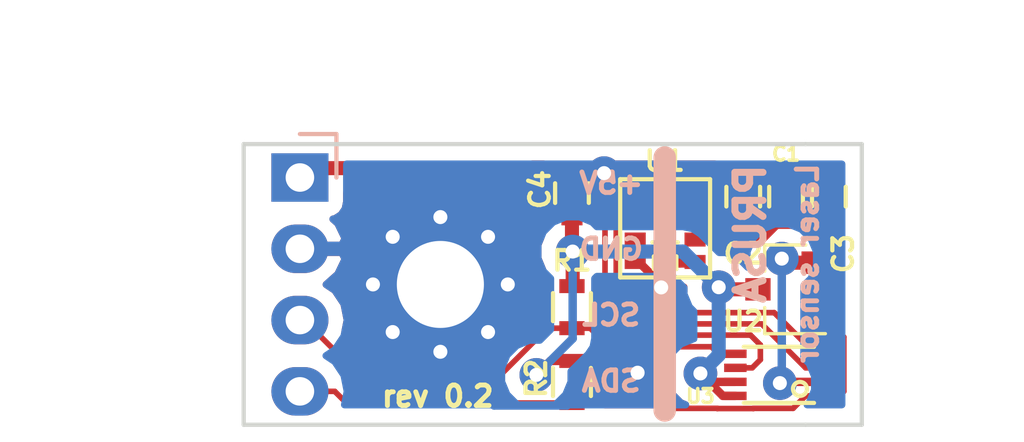
<source format=kicad_pcb>
(kicad_pcb (version 4) (host pcbnew 4.0.5+dfsg1-4)

  (general
    (links 35)
    (no_connects 0)
    (area -0.075001 -10.075001 22.075001 0.075001)
    (thickness 1.6)
    (drawings 13)
    (tracks 129)
    (zones 0)
    (modules 11)
    (nets 9)
  )

  (page A4)
  (layers
    (0 F.Cu signal)
    (31 B.Cu signal)
    (32 B.Adhes user)
    (33 F.Adhes user)
    (34 B.Paste user)
    (35 F.Paste user)
    (36 B.SilkS user)
    (37 F.SilkS user)
    (38 B.Mask user)
    (39 F.Mask user)
    (40 Dwgs.User user)
    (41 Cmts.User user)
    (42 Eco1.User user)
    (43 Eco2.User user)
    (44 Edge.Cuts user)
    (45 Margin user)
    (46 B.CrtYd user)
    (47 F.CrtYd user)
    (48 B.Fab user)
    (49 F.Fab user)
  )

  (setup
    (last_trace_width 0.25)
    (user_trace_width 0.2)
    (user_trace_width 0.3)
    (user_trace_width 0.4)
    (user_trace_width 0.5)
    (trace_clearance 0.2)
    (zone_clearance 0.508)
    (zone_45_only no)
    (trace_min 0.2)
    (segment_width 0.2)
    (edge_width 0.15)
    (via_size 0.6)
    (via_drill 0.4)
    (via_min_size 0.4)
    (via_min_drill 0.3)
    (user_via 1.2 0.5)
    (uvia_size 0.3)
    (uvia_drill 0.1)
    (uvias_allowed no)
    (uvia_min_size 0.2)
    (uvia_min_drill 0.1)
    (pcb_text_width 0.3)
    (pcb_text_size 1.5 1.5)
    (mod_edge_width 0.15)
    (mod_text_size 1 1)
    (mod_text_width 0.15)
    (pad_size 0.6 0.6)
    (pad_drill 0.5)
    (pad_to_mask_clearance 0.2)
    (aux_axis_origin 0 0)
    (visible_elements FFFEFF7F)
    (pcbplotparams
      (layerselection 0x010f0_80000001)
      (usegerberextensions false)
      (excludeedgelayer true)
      (linewidth 0.100000)
      (plotframeref false)
      (viasonmask false)
      (mode 1)
      (useauxorigin false)
      (hpglpennumber 1)
      (hpglpenspeed 20)
      (hpglpendiameter 15)
      (hpglpenoverlay 2)
      (psnegative false)
      (psa4output false)
      (plotreference true)
      (plotvalue true)
      (plotinvisibletext false)
      (padsonsilk false)
      (subtractmaskfromsilk false)
      (outputformat 1)
      (mirror false)
      (drillshape 0)
      (scaleselection 1)
      (outputdirectory ""))
  )

  (net 0 "")
  (net 1 "Net-(C1-Pad1)")
  (net 2 GND)
  (net 3 "Net-(C2-Pad1)")
  (net 4 "Net-(P1-Pad3)")
  (net 5 "Net-(C4-Pad1)")
  (net 6 "Net-(P1-Pad4)")
  (net 7 "Net-(U1-Pad5)")
  (net 8 "Net-(U1-Pad6)")

  (net_class Default "Toto je výchozí třída sítě."
    (clearance 0.2)
    (trace_width 0.25)
    (via_dia 0.6)
    (via_drill 0.4)
    (uvia_dia 0.3)
    (uvia_drill 0.1)
    (add_net GND)
    (add_net "Net-(C1-Pad1)")
    (add_net "Net-(C2-Pad1)")
    (add_net "Net-(C4-Pad1)")
    (add_net "Net-(P1-Pad3)")
    (add_net "Net-(P1-Pad4)")
    (add_net "Net-(U1-Pad5)")
    (add_net "Net-(U1-Pad6)")
  )

  (module Pin_Headers:Pin_Header_Angled_1x04 (layer B.Cu) (tedit 5970B133) (tstamp 5970B04B)
    (at 2 -8.81 180)
    (descr "Through hole pin header")
    (tags "pin header")
    (path /596DEB87)
    (fp_text reference P1 (at 0 5.1 180) (layer B.SilkS) hide
      (effects (font (size 1 1) (thickness 0.15)) (justify mirror))
    )
    (fp_text value CONN_01X04 (at 0 3.1 180) (layer B.Fab)
      (effects (font (size 1 1) (thickness 0.15)) (justify mirror))
    )
    (fp_line (start -1.5 1.75) (end -1.5 -9.4) (layer B.CrtYd) (width 0.05))
    (fp_line (start -1.5 1.75) (end 10.65 1.75) (layer B.CrtYd) (width 0.05))
    (fp_line (start -1.5 -9.4) (end 10.65 -9.4) (layer B.CrtYd) (width 0.05))
    (fp_line (start -1.3 1.55) (end -1.3 0) (layer B.SilkS) (width 0.15))
    (fp_line (start 0 1.55) (end -1.3 1.55) (layer B.SilkS) (width 0.15))
    (pad 1 thru_hole rect (at 0 0 180) (size 2.032 1.7272) (drill 1.016) (layers *.Cu *.Mask)
      (net 5 "Net-(C4-Pad1)"))
    (pad 2 thru_hole oval (at 0 -2.54 180) (size 2.032 1.7272) (drill 1.016) (layers *.Cu *.Mask)
      (net 2 GND))
    (pad 3 thru_hole oval (at 0 -5.08 180) (size 2.032 1.7272) (drill 1.016) (layers *.Cu *.Mask)
      (net 4 "Net-(P1-Pad3)"))
    (pad 4 thru_hole oval (at 0 -7.62 180) (size 2.032 1.7272) (drill 1.016) (layers *.Cu *.Mask)
      (net 6 "Net-(P1-Pad4)"))
    (model Pin_Headers.3dshapes/Pin_Header_Angled_1x04.wrl
      (at (xyz 0 -0.15 0))
      (scale (xyz 1 1 1))
      (rotate (xyz 0 0 90))
    )
  )

  (module Mounting_Holes:MountingHole_3.2mm_M3_Pad_Via locked (layer F.Cu) (tedit 596F4E34) (tstamp 596DEB2A)
    (at 7 -5)
    (descr "Mounting Hole 3.2mm, M3")
    (tags "mounting hole 3.2mm m3")
    (fp_text reference REF** (at 0 -4.2) (layer F.SilkS) hide
      (effects (font (size 1 1) (thickness 0.15)))
    )
    (fp_text value MountingHole_3.2mm_M3_Pad_Via (at 0 4.2) (layer F.Fab)
      (effects (font (size 1 1) (thickness 0.15)))
    )
    (fp_circle (center 0 0) (end 3.2 0) (layer Cmts.User) (width 0.15))
    (fp_circle (center 0 0) (end 3.45 0) (layer F.CrtYd) (width 0.05))
    (pad 1 thru_hole circle (at 0 0) (size 6 6) (drill 3.1) (layers *.Cu *.Mask)
      (net 2 GND) (zone_connect 2))
    (pad "" thru_hole circle (at 2.4 0) (size 0.6 0.6) (drill 0.5) (layers *.Cu *.Mask)
      (net 2 GND) (zone_connect 2))
    (pad "" thru_hole circle (at 1.697056 1.697056) (size 0.6 0.6) (drill 0.5) (layers *.Cu *.Mask)
      (net 2 GND) (zone_connect 2))
    (pad "" thru_hole circle (at 0 2.4) (size 0.6 0.6) (drill 0.5) (layers *.Cu *.Mask)
      (net 2 GND) (zone_connect 2))
    (pad "" thru_hole circle (at -1.697056 1.697056) (size 0.6 0.6) (drill 0.5) (layers *.Cu *.Mask)
      (net 2 GND) (zone_connect 2))
    (pad "" thru_hole circle (at -2.4 0) (size 0.6 0.6) (drill 0.5) (layers *.Cu *.Mask)
      (net 2 GND) (zone_connect 2))
    (pad "" thru_hole circle (at -1.697056 -1.697056) (size 0.6 0.6) (drill 0.5) (layers *.Cu *.Mask)
      (net 2 GND) (zone_connect 2))
    (pad "" thru_hole circle (at 0 -2.4) (size 0.6 0.6) (drill 0.5) (layers *.Cu *.Mask)
      (net 2 GND) (zone_connect 2))
    (pad "" thru_hole circle (at 1.697056 -1.697056) (size 0.6 0.6) (drill 0.5) (layers *.Cu *.Mask)
      (net 2 GND) (zone_connect 2))
  )

  (module Capacitors_SMD:C_0603 (layer F.Cu) (tedit 5970C669) (tstamp 596DEDF4)
    (at 19.304 -8.128 90)
    (descr "Capacitor SMD 0603, reflow soldering, AVX (see smccp.pdf)")
    (tags "capacitor 0603")
    (path /596DEA23)
    (attr smd)
    (fp_text reference C1 (at 1.524 0 180) (layer F.SilkS)
      (effects (font (size 0.5 0.5) (thickness 0.125)))
    )
    (fp_text value 4u7 (at 0 1.9 90) (layer F.Fab)
      (effects (font (size 1 1) (thickness 0.15)))
    )
    (fp_line (start -0.8 0.4) (end -0.8 -0.4) (layer F.Fab) (width 0.15))
    (fp_line (start 0.8 0.4) (end -0.8 0.4) (layer F.Fab) (width 0.15))
    (fp_line (start 0.8 -0.4) (end 0.8 0.4) (layer F.Fab) (width 0.15))
    (fp_line (start -0.8 -0.4) (end 0.8 -0.4) (layer F.Fab) (width 0.15))
    (fp_line (start -1.45 -0.75) (end 1.45 -0.75) (layer F.CrtYd) (width 0.05))
    (fp_line (start -1.45 0.75) (end 1.45 0.75) (layer F.CrtYd) (width 0.05))
    (fp_line (start -1.45 -0.75) (end -1.45 0.75) (layer F.CrtYd) (width 0.05))
    (fp_line (start 1.45 -0.75) (end 1.45 0.75) (layer F.CrtYd) (width 0.05))
    (fp_line (start -0.35 -0.6) (end 0.35 -0.6) (layer F.SilkS) (width 0.15))
    (fp_line (start 0.35 0.6) (end -0.35 0.6) (layer F.SilkS) (width 0.15))
    (pad 1 smd rect (at -0.75 0 90) (size 0.8 0.75) (layers F.Cu F.Paste F.Mask)
      (net 1 "Net-(C1-Pad1)"))
    (pad 2 smd rect (at 0.75 0 90) (size 0.8 0.75) (layers F.Cu F.Paste F.Mask)
      (net 2 GND))
    (model Capacitors_SMD.3dshapes/C_0603.wrl
      (at (xyz 0 0 0))
      (scale (xyz 1 1 1))
      (rotate (xyz 0 0 0))
    )
  )

  (module Capacitors_SMD:C_0603 (layer F.Cu) (tedit 596DEE02) (tstamp 596DEDF9)
    (at 17.78 -8.128 90)
    (descr "Capacitor SMD 0603, reflow soldering, AVX (see smccp.pdf)")
    (tags "capacitor 0603")
    (path /596DE985)
    (attr smd)
    (fp_text reference C2 (at -2.032 0 360) (layer F.SilkS)
      (effects (font (size 0.7 0.7) (thickness 0.15)))
    )
    (fp_text value 10u (at 0 1.9 90) (layer F.Fab)
      (effects (font (size 1 1) (thickness 0.15)))
    )
    (fp_line (start -0.8 0.4) (end -0.8 -0.4) (layer F.Fab) (width 0.15))
    (fp_line (start 0.8 0.4) (end -0.8 0.4) (layer F.Fab) (width 0.15))
    (fp_line (start 0.8 -0.4) (end 0.8 0.4) (layer F.Fab) (width 0.15))
    (fp_line (start -0.8 -0.4) (end 0.8 -0.4) (layer F.Fab) (width 0.15))
    (fp_line (start -1.45 -0.75) (end 1.45 -0.75) (layer F.CrtYd) (width 0.05))
    (fp_line (start -1.45 0.75) (end 1.45 0.75) (layer F.CrtYd) (width 0.05))
    (fp_line (start -1.45 -0.75) (end -1.45 0.75) (layer F.CrtYd) (width 0.05))
    (fp_line (start 1.45 -0.75) (end 1.45 0.75) (layer F.CrtYd) (width 0.05))
    (fp_line (start -0.35 -0.6) (end 0.35 -0.6) (layer F.SilkS) (width 0.15))
    (fp_line (start 0.35 0.6) (end -0.35 0.6) (layer F.SilkS) (width 0.15))
    (pad 1 smd rect (at -0.75 0 90) (size 0.8 0.75) (layers F.Cu F.Paste F.Mask)
      (net 3 "Net-(C2-Pad1)"))
    (pad 2 smd rect (at 0.75 0 90) (size 0.8 0.75) (layers F.Cu F.Paste F.Mask)
      (net 2 GND))
    (model Capacitors_SMD.3dshapes/C_0603.wrl
      (at (xyz 0 0 0))
      (scale (xyz 1 1 1))
      (rotate (xyz 0 0 0))
    )
  )

  (module Capacitors_SMD:C_0603 (layer F.Cu) (tedit 596DEDF9) (tstamp 596DEDFE)
    (at 20.828 -8.128 90)
    (descr "Capacitor SMD 0603, reflow soldering, AVX (see smccp.pdf)")
    (tags "capacitor 0603")
    (path /596DE90B)
    (attr smd)
    (fp_text reference C3 (at -2.032 0.508 270) (layer F.SilkS)
      (effects (font (size 0.7 0.7) (thickness 0.15)))
    )
    (fp_text value 100n (at 0 1.9 90) (layer F.Fab)
      (effects (font (size 1 1) (thickness 0.15)))
    )
    (fp_line (start -0.8 0.4) (end -0.8 -0.4) (layer F.Fab) (width 0.15))
    (fp_line (start 0.8 0.4) (end -0.8 0.4) (layer F.Fab) (width 0.15))
    (fp_line (start 0.8 -0.4) (end 0.8 0.4) (layer F.Fab) (width 0.15))
    (fp_line (start -0.8 -0.4) (end 0.8 -0.4) (layer F.Fab) (width 0.15))
    (fp_line (start -1.45 -0.75) (end 1.45 -0.75) (layer F.CrtYd) (width 0.05))
    (fp_line (start -1.45 0.75) (end 1.45 0.75) (layer F.CrtYd) (width 0.05))
    (fp_line (start -1.45 -0.75) (end -1.45 0.75) (layer F.CrtYd) (width 0.05))
    (fp_line (start 1.45 -0.75) (end 1.45 0.75) (layer F.CrtYd) (width 0.05))
    (fp_line (start -0.35 -0.6) (end 0.35 -0.6) (layer F.SilkS) (width 0.15))
    (fp_line (start 0.35 0.6) (end -0.35 0.6) (layer F.SilkS) (width 0.15))
    (pad 1 smd rect (at -0.75 0 90) (size 0.8 0.75) (layers F.Cu F.Paste F.Mask)
      (net 3 "Net-(C2-Pad1)"))
    (pad 2 smd rect (at 0.75 0 90) (size 0.8 0.75) (layers F.Cu F.Paste F.Mask)
      (net 2 GND))
    (model Capacitors_SMD.3dshapes/C_0603.wrl
      (at (xyz 0 0 0))
      (scale (xyz 1 1 1))
      (rotate (xyz 0 0 0))
    )
  )

  (module Capacitors_SMD:C_0603 (layer F.Cu) (tedit 596F43E7) (tstamp 596F3D33)
    (at 11.684 -8.255 90)
    (descr "Capacitor SMD 0603, reflow soldering, AVX (see smccp.pdf)")
    (tags "capacitor 0603")
    (path /596F4648)
    (attr smd)
    (fp_text reference C4 (at 0.127 -1.143 270) (layer F.SilkS)
      (effects (font (size 0.7 0.7) (thickness 0.15)))
    )
    (fp_text value 4u7 (at 0 1.9 90) (layer F.Fab)
      (effects (font (size 1 1) (thickness 0.15)))
    )
    (fp_line (start -0.8 0.4) (end -0.8 -0.4) (layer F.Fab) (width 0.15))
    (fp_line (start 0.8 0.4) (end -0.8 0.4) (layer F.Fab) (width 0.15))
    (fp_line (start 0.8 -0.4) (end 0.8 0.4) (layer F.Fab) (width 0.15))
    (fp_line (start -0.8 -0.4) (end 0.8 -0.4) (layer F.Fab) (width 0.15))
    (fp_line (start -1.45 -0.75) (end 1.45 -0.75) (layer F.CrtYd) (width 0.05))
    (fp_line (start -1.45 0.75) (end 1.45 0.75) (layer F.CrtYd) (width 0.05))
    (fp_line (start -1.45 -0.75) (end -1.45 0.75) (layer F.CrtYd) (width 0.05))
    (fp_line (start 1.45 -0.75) (end 1.45 0.75) (layer F.CrtYd) (width 0.05))
    (fp_line (start -0.35 -0.6) (end 0.35 -0.6) (layer F.SilkS) (width 0.15))
    (fp_line (start 0.35 0.6) (end -0.35 0.6) (layer F.SilkS) (width 0.15))
    (pad 1 smd rect (at -0.75 0 90) (size 0.8 0.75) (layers F.Cu F.Paste F.Mask)
      (net 5 "Net-(C4-Pad1)"))
    (pad 2 smd rect (at 0.75 0 90) (size 0.8 0.75) (layers F.Cu F.Paste F.Mask)
      (net 2 GND))
    (model Capacitors_SMD.3dshapes/C_0603.wrl
      (at (xyz 0 0 0))
      (scale (xyz 1 1 1))
      (rotate (xyz 0 0 0))
    )
  )

  (module TO_SOT_Packages_SMD:SOT-23 (layer F.Cu) (tedit 596F5C94) (tstamp 596F3D52)
    (at 19.304 -4.826 180)
    (descr "SOT-23, Standard")
    (tags SOT-23)
    (path /596F382C)
    (attr smd)
    (fp_text reference U2 (at 1.524 -1.143 360) (layer F.SilkS)
      (effects (font (size 0.7 0.7) (thickness 0.15)))
    )
    (fp_text value MCP1703T-3302E/CB (at 0 2.5 180) (layer F.Fab)
      (effects (font (size 1 1) (thickness 0.15)))
    )
    (fp_line (start 0.76 1.58) (end 0.76 0.65) (layer F.SilkS) (width 0.12))
    (fp_line (start 0.76 -1.58) (end 0.76 -0.65) (layer F.SilkS) (width 0.12))
    (fp_line (start 0.7 -1.52) (end 0.7 1.52) (layer F.Fab) (width 0.15))
    (fp_line (start -0.7 1.52) (end 0.7 1.52) (layer F.Fab) (width 0.15))
    (fp_line (start -1.7 -1.75) (end 1.7 -1.75) (layer F.CrtYd) (width 0.05))
    (fp_line (start 1.7 -1.75) (end 1.7 1.75) (layer F.CrtYd) (width 0.05))
    (fp_line (start 1.7 1.75) (end -1.7 1.75) (layer F.CrtYd) (width 0.05))
    (fp_line (start -1.7 1.75) (end -1.7 -1.75) (layer F.CrtYd) (width 0.05))
    (fp_line (start 0.76 -1.58) (end -1.4 -1.58) (layer F.SilkS) (width 0.12))
    (fp_line (start -0.7 -1.52) (end 0.7 -1.52) (layer F.Fab) (width 0.15))
    (fp_line (start -0.7 -1.52) (end -0.7 1.52) (layer F.Fab) (width 0.15))
    (fp_line (start 0.76 1.58) (end -0.7 1.58) (layer F.SilkS) (width 0.12))
    (pad 1 smd rect (at -1 -0.95 180) (size 0.9 0.8) (layers F.Cu F.Paste F.Mask)
      (net 2 GND))
    (pad 2 smd rect (at -1 0.95 180) (size 0.9 0.8) (layers F.Cu F.Paste F.Mask)
      (net 3 "Net-(C2-Pad1)"))
    (pad 3 smd rect (at 1 0 180) (size 0.9 0.8) (layers F.Cu F.Paste F.Mask)
      (net 5 "Net-(C4-Pad1)"))
    (model TO_SOT_Packages_SMD.3dshapes/SOT-23.wrl
      (at (xyz 0 0 0))
      (scale (xyz 1 1 1))
      (rotate (xyz 0 0 90))
    )
  )

  (module Resistors_SMD:R_0603 (layer F.Cu) (tedit 596F5C33) (tstamp 596F7D8C)
    (at 11.684 -4.191 90)
    (descr "Resistor SMD 0603, reflow soldering, Vishay (see dcrcw.pdf)")
    (tags "resistor 0603")
    (path /596F62F7)
    (attr smd)
    (fp_text reference R1 (at 1.651 0 360) (layer F.SilkS)
      (effects (font (size 0.7 0.7) (thickness 0.15)))
    )
    (fp_text value 4k7 (at 0 1.9 90) (layer F.Fab)
      (effects (font (size 1 1) (thickness 0.15)))
    )
    (fp_line (start -0.8 0.4) (end -0.8 -0.4) (layer F.Fab) (width 0.1))
    (fp_line (start 0.8 0.4) (end -0.8 0.4) (layer F.Fab) (width 0.1))
    (fp_line (start 0.8 -0.4) (end 0.8 0.4) (layer F.Fab) (width 0.1))
    (fp_line (start -0.8 -0.4) (end 0.8 -0.4) (layer F.Fab) (width 0.1))
    (fp_line (start -1.3 -0.8) (end 1.3 -0.8) (layer F.CrtYd) (width 0.05))
    (fp_line (start -1.3 0.8) (end 1.3 0.8) (layer F.CrtYd) (width 0.05))
    (fp_line (start -1.3 -0.8) (end -1.3 0.8) (layer F.CrtYd) (width 0.05))
    (fp_line (start 1.3 -0.8) (end 1.3 0.8) (layer F.CrtYd) (width 0.05))
    (fp_line (start 0.5 0.675) (end -0.5 0.675) (layer F.SilkS) (width 0.15))
    (fp_line (start -0.5 -0.675) (end 0.5 -0.675) (layer F.SilkS) (width 0.15))
    (pad 1 smd rect (at -0.75 0 90) (size 0.5 0.9) (layers F.Cu F.Paste F.Mask)
      (net 4 "Net-(P1-Pad3)"))
    (pad 2 smd rect (at 0.75 0 90) (size 0.5 0.9) (layers F.Cu F.Paste F.Mask)
      (net 5 "Net-(C4-Pad1)"))
    (model Resistors_SMD.3dshapes/R_0603.wrl
      (at (xyz 0 0 0))
      (scale (xyz 1 1 1))
      (rotate (xyz 0 0 0))
    )
  )

  (module Resistors_SMD:R_0603 (layer F.Cu) (tedit 596F5C57) (tstamp 596F7D92)
    (at 11.684 -1.524 270)
    (descr "Resistor SMD 0603, reflow soldering, Vishay (see dcrcw.pdf)")
    (tags "resistor 0603")
    (path /596F63F4)
    (attr smd)
    (fp_text reference R2 (at -0.127 1.27 450) (layer F.SilkS)
      (effects (font (size 0.7 0.7) (thickness 0.15)))
    )
    (fp_text value 4k7 (at 0 1.9 270) (layer F.Fab)
      (effects (font (size 1 1) (thickness 0.15)))
    )
    (fp_line (start -0.8 0.4) (end -0.8 -0.4) (layer F.Fab) (width 0.1))
    (fp_line (start 0.8 0.4) (end -0.8 0.4) (layer F.Fab) (width 0.1))
    (fp_line (start 0.8 -0.4) (end 0.8 0.4) (layer F.Fab) (width 0.1))
    (fp_line (start -0.8 -0.4) (end 0.8 -0.4) (layer F.Fab) (width 0.1))
    (fp_line (start -1.3 -0.8) (end 1.3 -0.8) (layer F.CrtYd) (width 0.05))
    (fp_line (start -1.3 0.8) (end 1.3 0.8) (layer F.CrtYd) (width 0.05))
    (fp_line (start -1.3 -0.8) (end -1.3 0.8) (layer F.CrtYd) (width 0.05))
    (fp_line (start 1.3 -0.8) (end 1.3 0.8) (layer F.CrtYd) (width 0.05))
    (fp_line (start 0.5 0.675) (end -0.5 0.675) (layer F.SilkS) (width 0.15))
    (fp_line (start -0.5 -0.675) (end 0.5 -0.675) (layer F.SilkS) (width 0.15))
    (pad 1 smd rect (at -0.75 0 270) (size 0.5 0.9) (layers F.Cu F.Paste F.Mask)
      (net 5 "Net-(C4-Pad1)"))
    (pad 2 smd rect (at 0.75 0 270) (size 0.5 0.9) (layers F.Cu F.Paste F.Mask)
      (net 6 "Net-(P1-Pad4)"))
    (model Resistors_SMD.3dshapes/R_0603.wrl
      (at (xyz 0 0 0))
      (scale (xyz 1 1 1))
      (rotate (xyz 0 0 0))
    )
  )

  (module ok1hra:PAT9125EL (layer F.Cu) (tedit 595117B6) (tstamp 596F8436)
    (at 15 -7 90)
    (path /595118F0)
    (fp_text reference U1 (at 2.398 -0.014 180) (layer F.SilkS)
      (effects (font (size 0.7 0.7) (thickness 0.15)))
    )
    (fp_text value PAT9125EL (at 0 -2.3 90) (layer F.Fab)
      (effects (font (size 0.7 0.7) (thickness 0.15)))
    )
    (fp_line (start -0.5 -0.45) (end -0.5 0.45) (layer F.SilkS) (width 0.15))
    (fp_line (start -1 -0.4) (end -1.45 -0.4) (layer F.SilkS) (width 0.15))
    (fp_line (start -1 0.4) (end -1 -0.4) (layer F.SilkS) (width 0.15))
    (fp_line (start -1.45 0.4) (end -1 0.4) (layer F.SilkS) (width 0.15))
    (fp_line (start -1.45 -0.4) (end -1.45 0.4) (layer F.SilkS) (width 0.15))
    (fp_line (start -1.75 1.6) (end -1.75 -1.6) (layer F.SilkS) (width 0.15))
    (fp_line (start 1.75 1.6) (end -1.75 1.6) (layer F.SilkS) (width 0.15))
    (fp_line (start 1.75 -1.6) (end 1.75 1.6) (layer F.SilkS) (width 0.15))
    (fp_line (start -1.75 -1.6) (end 1.75 -1.6) (layer F.SilkS) (width 0.15))
    (pad 1 smd rect (at -1.2 1.065 90) (size 0.5 0.75) (layers F.Cu F.Paste F.Mask)
      (net 3 "Net-(C2-Pad1)"))
    (pad 2 smd rect (at -0.4 1.065 90) (size 0.5 0.75) (layers F.Cu F.Paste F.Mask)
      (net 1 "Net-(C1-Pad1)"))
    (pad 3 smd rect (at 0.4 1.065 90) (size 0.5 0.75) (layers F.Cu F.Paste F.Mask)
      (net 3 "Net-(C2-Pad1)"))
    (pad 4 smd rect (at 1.2 1.065 90) (size 0.5 0.75) (layers F.Cu F.Paste F.Mask)
      (net 2 GND))
    (pad 5 smd rect (at 1.2 -1.065 90) (size 0.5 0.75) (layers F.Cu F.Paste F.Mask)
      (net 7 "Net-(U1-Pad5)"))
    (pad 6 smd rect (at 0.4 -1.065 90) (size 0.5 0.75) (layers F.Cu F.Paste F.Mask)
      (net 8 "Net-(U1-Pad6)"))
    (pad 7 smd rect (at -0.4 -1.065 90) (size 0.5 0.75) (layers F.Cu F.Paste F.Mask))
    (pad 8 smd rect (at -1.2 -1.065 90) (size 0.5 0.75) (layers F.Cu F.Paste F.Mask)
      (net 2 GND))
    (pad 9 smd circle (at 1.15 0 90) (size 0.69 0.69) (layers F.Cu F.Paste F.Mask))
    (model ../../../../../home/dan/kicad/img/PAC7640.wrl
      (at (xyz 0 0 0))
      (scale (xyz 0.393701 0.393701 0.393701))
      (rotate (xyz 0 0 0))
    )
    (model ../../../../../home/dan/kicad/img/PAC7640.wrl
      (at (xyz 0 0 0))
      (scale (xyz 0.393700787 0.393700787 0.393700787))
      (rotate (xyz 0 0 0))
    )
  )

  (module ok1hra:LSF0102 (layer F.Cu) (tedit 5809029C) (tstamp 59707441)
    (at 19.05 -1.778 270)
    (path /596F5C76)
    (fp_text reference U3 (at 0.762 2.794 540) (layer F.SilkS)
      (effects (font (size 0.5 0.5) (thickness 0.125)))
    )
    (fp_text value LSF0102 (at 1.5 0 540) (layer F.Fab)
      (effects (font (size 0.5 0.5) (thickness 0.125)))
    )
    (fp_circle (center 0.5 -0.75) (end 0.25 -0.75) (layer F.SilkS) (width 0.15))
    (fp_line (start -1 1.25) (end -1 -1.25) (layer F.SilkS) (width 0.15))
    (fp_line (start 1 -1.25) (end 1 1.25) (layer F.SilkS) (width 0.15))
    (pad 1 smd rect (at 0.75 -1.55 90) (size 0.3 0.8) (layers F.Cu F.Paste F.Mask)
      (net 2 GND))
    (pad 2 smd rect (at 0.25 -1.55 90) (size 0.3 0.8) (layers F.Cu F.Paste F.Mask)
      (net 3 "Net-(C2-Pad1)"))
    (pad 3 smd rect (at -0.25 -1.55 90) (size 0.3 0.8) (layers F.Cu F.Paste F.Mask)
      (net 7 "Net-(U1-Pad5)"))
    (pad 4 smd rect (at -0.75 -1.55 90) (size 0.3 0.8) (layers F.Cu F.Paste F.Mask)
      (net 8 "Net-(U1-Pad6)"))
    (pad 5 smd rect (at -0.75 1.55 90) (size 0.3 0.8) (layers F.Cu F.Paste F.Mask)
      (net 6 "Net-(P1-Pad4)"))
    (pad 6 smd rect (at -0.25 1.55 90) (size 0.3 0.8) (layers F.Cu F.Paste F.Mask)
      (net 4 "Net-(P1-Pad3)"))
    (pad 7 smd rect (at 0.25 1.55 90) (size 0.3 0.8) (layers F.Cu F.Paste F.Mask)
      (net 5 "Net-(C4-Pad1)"))
    (pad 8 smd rect (at 0.75 1.55 90) (size 0.3 0.8) (layers F.Cu F.Paste F.Mask)
      (net 5 "Net-(C4-Pad1)"))
    (model /home/dan/kicad/hra/lib/ok1hra3d/AB2_VSSOP08.wrl
      (at (xyz 0 0 0))
      (scale (xyz 0.3 0.3 0.3))
      (rotate (xyz 0 0 0))
    )
  )

  (dimension 10 (width 0.2) (layer Margin)
    (gr_text "10,000 mm" (at 26.35 -5 90) (layer Margin)
      (effects (font (size 1 1) (thickness 0.2)))
    )
    (feature1 (pts (xy 22 -10) (xy 27.7 -10)))
    (feature2 (pts (xy 22 0) (xy 27.7 0)))
    (crossbar (pts (xy 25 0) (xy 25 -10)))
    (arrow1a (pts (xy 25 -10) (xy 25.586421 -8.873496)))
    (arrow1b (pts (xy 25 -10) (xy 24.413579 -8.873496)))
    (arrow2a (pts (xy 25 0) (xy 25.586421 -1.126504)))
    (arrow2b (pts (xy 25 0) (xy 24.413579 -1.126504)))
  )
  (dimension 22 (width 0.2) (layer Margin)
    (gr_text "22,000 mm" (at 11 -14.35) (layer Margin)
      (effects (font (size 1 1) (thickness 0.2)))
    )
    (feature1 (pts (xy 22 -10) (xy 22 -15.7)))
    (feature2 (pts (xy 0 -10) (xy 0 -15.7)))
    (crossbar (pts (xy 0 -13) (xy 22 -13)))
    (arrow1a (pts (xy 22 -13) (xy 20.873496 -12.413579)))
    (arrow1b (pts (xy 22 -13) (xy 20.873496 -13.586421)))
    (arrow2a (pts (xy 0 -13) (xy 1.126504 -12.413579)))
    (arrow2b (pts (xy 0 -13) (xy 1.126504 -13.586421)))
  )
  (gr_line (start 20 0) (end 22 0) (layer Edge.Cuts) (width 0.15))
  (gr_line (start 20 -10) (end 22 -10) (layer Edge.Cuts) (width 0.15))
  (gr_line (start 22 -10) (end 22 0) (layer Edge.Cuts) (width 0.15))
  (gr_text "rev 0.2" (at 4.826 -1.016) (layer F.SilkS) (tstamp 596F8241)
    (effects (font (size 0.73 0.73) (thickness 0.175)) (justify left))
  )
  (gr_text "Laser sensor" (at 20.066 -9.398 90) (layer B.SilkS) (tstamp 596F8234)
    (effects (font (size 0.73 0.73) (thickness 0.175)) (justify left mirror))
  )
  (gr_text PRUSA (at 18.034 -9.398 90) (layer B.SilkS) (tstamp 596F8117)
    (effects (font (size 1 1) (thickness 0.25)) (justify left mirror))
  )
  (gr_line (start 14.986 -9.525) (end 14.986 -0.508) (layer B.SilkS) (width 0.8))
  (gr_text "+5V\n\nGND\n\nSCL\n\nSDA" (at 13.081 -5.08) (layer B.SilkS)
    (effects (font (size 0.73 0.73) (thickness 0.175)) (justify mirror))
  )
  (gr_line (start 20 -10) (end 0 -10) (layer Edge.Cuts) (width 0.15))
  (gr_line (start 20 0) (end 0 0) (angle 90) (layer Edge.Cuts) (width 0.15))
  (gr_line (start 0 0) (end 0 -10) (angle 90) (layer Edge.Cuts) (width 0.15))

  (segment (start 16.065 -6.6) (end 18.4364 -6.6) (width 0.3) (layer F.Cu) (net 1))
  (segment (start 18.4364 -6.6) (end 19.2144 -7.378) (width 0.3) (layer F.Cu) (net 1))
  (segment (start 19.2144 -7.378) (end 19.304 -7.378) (width 0.3) (layer F.Cu) (net 1))
  (segment (start 18.140001 -0.577999) (end 16.859999 -0.577999) (width 0.2) (layer F.Cu) (net 2))
  (segment (start 15.290798 -0.5842) (end 14.620799 -1.254199) (width 0.2) (layer F.Cu) (net 2))
  (segment (start 20.6 -1.028) (end 20 -1.028) (width 0.2) (layer F.Cu) (net 2))
  (segment (start 20 -1.028) (end 19.5562 -0.5842) (width 0.2) (layer F.Cu) (net 2))
  (segment (start 19.5562 -0.5842) (end 18.146202 -0.5842) (width 0.2) (layer F.Cu) (net 2))
  (segment (start 16.859999 -0.577999) (end 16.853798 -0.5842) (width 0.2) (layer F.Cu) (net 2))
  (segment (start 14.620799 -1.254199) (end 14.0208 -1.854198) (width 0.2) (layer F.Cu) (net 2))
  (segment (start 18.146202 -0.5842) (end 18.140001 -0.577999) (width 0.2) (layer F.Cu) (net 2))
  (segment (start 16.853798 -0.5842) (end 15.290798 -0.5842) (width 0.2) (layer F.Cu) (net 2))
  (via (at 14.0208 -1.854198) (size 1.2) (drill 0.5) (layers F.Cu B.Cu) (net 2))
  (segment (start 20.304 -3.876) (end 20.6096 -3.876) (width 0.2) (layer F.Cu) (net 2))
  (segment (start 20.6096 -3.876) (end 21.3614 -3.1242) (width 0.2) (layer F.Cu) (net 2))
  (segment (start 21.3614 -3.1242) (end 21.3614 -1.1894) (width 0.2) (layer F.Cu) (net 2))
  (segment (start 21.3614 -1.1894) (end 21.2 -1.028) (width 0.2) (layer F.Cu) (net 2))
  (segment (start 21.2 -1.028) (end 20.6 -1.028) (width 0.2) (layer F.Cu) (net 2))
  (segment (start 14.86002 -4.99998) (end 14.86002 -4.894043) (width 0.3) (layer F.Cu) (net 2))
  (segment (start 14.06 -5.8) (end 14.86002 -4.99998) (width 0.3) (layer F.Cu) (net 2))
  (segment (start 13.935 -5.8) (end 14.06 -5.8) (width 0.3) (layer F.Cu) (net 2))
  (segment (start 8.9142 -0.6858) (end 11.500305 -0.6858) (width 0.3) (layer B.Cu) (net 2))
  (segment (start 14.86002 -4.045515) (end 14.86002 -4.894043) (width 0.3) (layer B.Cu) (net 2))
  (segment (start 7 -2.6) (end 8.9142 -0.6858) (width 0.3) (layer B.Cu) (net 2))
  (via (at 14.86002 -4.894043) (size 1.2) (drill 0.5) (layers F.Cu B.Cu) (net 2))
  (segment (start 11.500305 -0.6858) (end 14.86002 -4.045515) (width 0.3) (layer B.Cu) (net 2))
  (segment (start 16.002 -9.1948) (end 16.065 -9.1318) (width 0.3) (layer F.Cu) (net 2))
  (segment (start 16.065 -9.1318) (end 16.065 -8.2) (width 0.3) (layer F.Cu) (net 2))
  (segment (start 13.3604 -9.1948) (end 16.002 -9.1948) (width 0.3) (layer F.Cu) (net 2))
  (segment (start 13.1318 -8.9662) (end 13.3604 -9.1948) (width 0.3) (layer F.Cu) (net 2))
  (segment (start 12.827 -8.9662) (end 13.1318 -8.9662) (width 0.3) (layer F.Cu) (net 2))
  (segment (start 11.684 -9.005) (end 12.7882 -9.005) (width 0.3) (layer F.Cu) (net 2))
  (segment (start 12.7882 -9.005) (end 12.827 -8.9662) (width 0.3) (layer F.Cu) (net 2))
  (via (at 12.827 -8.9662) (size 1.2) (drill 0.5) (layers F.Cu B.Cu) (net 2))
  (segment (start 17.78 -8.878) (end 16.743 -8.878) (width 0.3) (layer F.Cu) (net 2))
  (segment (start 16.743 -8.878) (end 16.065 -8.2) (width 0.3) (layer F.Cu) (net 2))
  (segment (start 19.304 -8.878) (end 17.78 -8.878) (width 0.3) (layer F.Cu) (net 2))
  (segment (start 20.828 -8.878) (end 19.304 -8.878) (width 0.3) (layer F.Cu) (net 2))
  (segment (start 16.065 -7.4) (end 15.5534 -7.4) (width 0.4) (layer F.Cu) (net 3))
  (segment (start 15.5534 -7.4) (end 15.1892 -7.0358) (width 0.4) (layer F.Cu) (net 3))
  (segment (start 15.1892 -7.0358) (end 15.1892 -6.130798) (width 0.4) (layer F.Cu) (net 3))
  (segment (start 15.1892 -6.130798) (end 15.519998 -5.8) (width 0.4) (layer F.Cu) (net 3))
  (segment (start 15.519998 -5.8) (end 16.065 -5.8) (width 0.4) (layer F.Cu) (net 3))
  (segment (start 20.6 -1.528) (end 19.127543 -1.528) (width 0.3) (layer F.Cu) (net 3))
  (segment (start 19.152472 -5.919714) (end 19.152472 -1.552929) (width 0.3) (layer B.Cu) (net 3))
  (segment (start 19.152472 -1.552929) (end 19.083753 -1.48421) (width 0.3) (layer B.Cu) (net 3))
  (via (at 19.083753 -1.48421) (size 1.2) (drill 0.5) (layers F.Cu B.Cu) (net 3))
  (segment (start 19.127543 -1.528) (end 19.083753 -1.48421) (width 0.3) (layer F.Cu) (net 3))
  (segment (start 20.304 -5.776) (end 19.296186 -5.776) (width 0.5) (layer F.Cu) (net 3))
  (segment (start 19.296186 -5.776) (end 19.152472 -5.919714) (width 0.5) (layer F.Cu) (net 3))
  (via (at 19.152472 -5.919714) (size 1.2) (drill 0.5) (layers F.Cu B.Cu) (net 3))
  (segment (start 20.828 -7.378) (end 20.828 -6.3) (width 0.5) (layer F.Cu) (net 3))
  (segment (start 20.828 -6.3) (end 20.304 -5.776) (width 0.5) (layer F.Cu) (net 3))
  (segment (start 17.78 -7.378) (end 17.78 -7.403) (width 0.3) (layer F.Cu) (net 3))
  (segment (start 17.78 -7.403) (end 18.505 -8.128) (width 0.3) (layer F.Cu) (net 3))
  (segment (start 18.505 -8.128) (end 20.103 -8.128) (width 0.3) (layer F.Cu) (net 3))
  (segment (start 20.103 -8.128) (end 20.828 -7.403) (width 0.3) (layer F.Cu) (net 3))
  (segment (start 20.828 -7.403) (end 20.828 -7.378) (width 0.3) (layer F.Cu) (net 3))
  (segment (start 16.065 -7.4) (end 17.758 -7.4) (width 0.5) (layer F.Cu) (net 3))
  (segment (start 17.758 -7.4) (end 17.78 -7.378) (width 0.5) (layer F.Cu) (net 3))
  (segment (start 11.684 -3.441) (end 12.334 -3.441) (width 0.2) (layer F.Cu) (net 4))
  (segment (start 12.334 -3.441) (end 12.580989 -3.194011) (width 0.2) (layer F.Cu) (net 4))
  (segment (start 18.1 -2.028) (end 17.5 -2.028) (width 0.2) (layer F.Cu) (net 4))
  (segment (start 12.580989 -3.194011) (end 18.040389 -3.194011) (width 0.2) (layer F.Cu) (net 4))
  (segment (start 18.040389 -3.194011) (end 18.3896 -2.8448) (width 0.2) (layer F.Cu) (net 4))
  (segment (start 18.3896 -2.8448) (end 18.3896 -2.3176) (width 0.2) (layer F.Cu) (net 4))
  (segment (start 18.3896 -2.3176) (end 18.1 -2.028) (width 0.2) (layer F.Cu) (net 4))
  (segment (start 11.034 -3.441) (end 11.684 -3.441) (width 0.2) (layer F.Cu) (net 4))
  (segment (start 2 -3.73) (end 2.1524 -3.73) (width 0.2) (layer F.Cu) (net 4))
  (segment (start 8.636 -1.27) (end 10.807 -3.441) (width 0.2) (layer F.Cu) (net 4))
  (segment (start 2.1524 -3.73) (end 4.6124 -1.27) (width 0.2) (layer F.Cu) (net 4))
  (segment (start 4.6124 -1.27) (end 8.636 -1.27) (width 0.2) (layer F.Cu) (net 4))
  (segment (start 10.807 -3.441) (end 11.034 -3.441) (width 0.2) (layer F.Cu) (net 4))
  (segment (start 11.684 -3.441) (end 11.996 -3.441) (width 0.2) (layer F.Cu) (net 4))
  (segment (start 11.484 -3.441) (end 11.684 -3.441) (width 0.2) (layer F.Cu) (net 4))
  (segment (start 17.5 -1.028) (end 17.0568 -1.028) (width 0.3) (layer F.Cu) (net 5))
  (segment (start 17.0568 -1.028) (end 16.256 -1.8288) (width 0.3) (layer F.Cu) (net 5))
  (segment (start 11.7094 -6.1722) (end 11.7094 -4.9664) (width 0.5) (layer F.Cu) (net 5))
  (segment (start 11.7094 -4.9664) (end 11.684 -4.941) (width 0.5) (layer F.Cu) (net 5))
  (segment (start 16.855999 -2.428799) (end 16.256 -1.8288) (width 0.5) (layer B.Cu) (net 5))
  (segment (start 16.906975 -2.479775) (end 16.855999 -2.428799) (width 0.5) (layer B.Cu) (net 5))
  (segment (start 16.906975 -4.900432) (end 16.906975 -2.479775) (width 0.5) (layer B.Cu) (net 5))
  (segment (start 16.5568 -1.528) (end 16.256 -1.8288) (width 0.3) (layer F.Cu) (net 5))
  (via (at 16.256 -1.8288) (size 1.2) (drill 0.5) (layers F.Cu B.Cu) (net 5))
  (segment (start 17.5 -1.528) (end 16.5568 -1.528) (width 0.3) (layer F.Cu) (net 5))
  (segment (start 16.981407 -4.826) (end 16.906975 -4.900432) (width 0.5) (layer F.Cu) (net 5))
  (segment (start 15.635207 -6.1722) (end 16.306976 -5.500431) (width 0.5) (layer B.Cu) (net 5))
  (segment (start 18.304 -4.826) (end 16.981407 -4.826) (width 0.5) (layer F.Cu) (net 5))
  (via (at 16.906975 -4.900432) (size 1.2) (drill 0.5) (layers F.Cu B.Cu) (net 5))
  (segment (start 11.7094 -6.1722) (end 15.635207 -6.1722) (width 0.5) (layer B.Cu) (net 5))
  (segment (start 16.306976 -5.500431) (end 16.906975 -4.900432) (width 0.5) (layer B.Cu) (net 5))
  (segment (start 11.7094 -5.323672) (end 11.7094 -6.1722) (width 0.3) (layer B.Cu) (net 5))
  (segment (start 11.7094 -3.070592) (end 11.7094 -5.323672) (width 0.3) (layer B.Cu) (net 5))
  (segment (start 10.415406 -1.776598) (end 11.7094 -3.070592) (width 0.3) (layer B.Cu) (net 5))
  (segment (start 11.684 -6.1976) (end 11.7094 -6.1722) (width 0.5) (layer F.Cu) (net 5))
  (segment (start 11.684 -7.505) (end 11.684 -6.1976) (width 0.5) (layer F.Cu) (net 5))
  (via (at 11.7094 -6.1722) (size 1.2) (drill 0.5) (layers F.Cu B.Cu) (net 5))
  (segment (start 10.809 -7.505) (end 9.17 -9.144) (width 0.5) (layer F.Cu) (net 5))
  (segment (start 10.912808 -2.274) (end 10.415406 -1.776598) (width 0.3) (layer F.Cu) (net 5))
  (via (at 10.415406 -1.776598) (size 1.2) (drill 0.5) (layers F.Cu B.Cu) (net 5))
  (segment (start 11.684 -2.274) (end 10.912808 -2.274) (width 0.3) (layer F.Cu) (net 5))
  (segment (start 11.684 -7.505) (end 10.809 -7.505) (width 0.5) (layer F.Cu) (net 5))
  (segment (start 9.17 -9.144) (end 2.334 -9.144) (width 0.5) (layer F.Cu) (net 5))
  (segment (start 2.334 -9.144) (end 2 -8.81) (width 0.5) (layer F.Cu) (net 5))
  (segment (start 12.334 -1.499404) (end 13.614198 -2.779602) (width 0.2) (layer F.Cu) (net 6))
  (segment (start 16.9 -2.528) (end 17.5 -2.528) (width 0.2) (layer F.Cu) (net 6))
  (segment (start 11.684 -0.774) (end 11.884 -0.774) (width 0.2) (layer F.Cu) (net 6))
  (segment (start 11.884 -0.774) (end 12.334 -1.224) (width 0.2) (layer F.Cu) (net 6))
  (segment (start 12.334 -1.224) (end 12.334 -1.499404) (width 0.2) (layer F.Cu) (net 6))
  (segment (start 13.614198 -2.779602) (end 16.648398 -2.779602) (width 0.2) (layer F.Cu) (net 6))
  (segment (start 16.648398 -2.779602) (end 16.9 -2.528) (width 0.2) (layer F.Cu) (net 6))
  (segment (start 2 -1.19) (end 3.24 -1.19) (width 0.2) (layer F.Cu) (net 6))
  (segment (start 3.24 -1.19) (end 3.656 -0.774) (width 0.2) (layer F.Cu) (net 6))
  (segment (start 3.656 -0.774) (end 11.484 -0.774) (width 0.2) (layer F.Cu) (net 6))
  (segment (start 11.484 -0.774) (end 11.684 -0.774) (width 0.2) (layer F.Cu) (net 6))
  (segment (start 20 -2.028) (end 20.6 -2.028) (width 0.2) (layer F.Cu) (net 7))
  (segment (start 13.758509 -3.594022) (end 18.433978 -3.594022) (width 0.2) (layer F.Cu) (net 7))
  (segment (start 12.859988 -4.492543) (end 13.758509 -3.594022) (width 0.2) (layer F.Cu) (net 7))
  (segment (start 18.433978 -3.594022) (end 20 -2.028) (width 0.2) (layer F.Cu) (net 7))
  (segment (start 12.859988 -7.699988) (end 12.859988 -4.492543) (width 0.2) (layer F.Cu) (net 7))
  (segment (start 13.935 -8.2) (end 13.36 -8.2) (width 0.2) (layer F.Cu) (net 7))
  (segment (start 13.36 -8.2) (end 12.859988 -7.699988) (width 0.2) (layer F.Cu) (net 7))
  (segment (start 13.935 -7.4) (end 13.36 -7.4) (width 0.2) (layer F.Cu) (net 8))
  (segment (start 13.36 -7.4) (end 13.259999 -7.299999) (width 0.2) (layer F.Cu) (net 8))
  (segment (start 13.259999 -7.299999) (end 13.259999 -4.658232) (width 0.2) (layer F.Cu) (net 8))
  (segment (start 13.259999 -4.658232) (end 13.924198 -3.994033) (width 0.2) (layer F.Cu) (net 8))
  (segment (start 20.35 -2.528) (end 20.6 -2.528) (width 0.2) (layer F.Cu) (net 8))
  (segment (start 13.924198 -3.994033) (end 18.883967 -3.994033) (width 0.2) (layer F.Cu) (net 8))
  (segment (start 18.883967 -3.994033) (end 20.35 -2.528) (width 0.2) (layer F.Cu) (net 8))

  (zone (net 2) (net_name GND) (layer F.Cu) (tstamp 0) (hatch edge 0.508)
    (connect_pads (clearance 0.508))
    (min_thickness 0.254)
    (fill yes (arc_segments 16) (thermal_gap 0.508) (thermal_bridge_width 0.508))
    (polygon
      (pts
        (xy 0.5 -9.5) (xy 21.5 -9.5) (xy 21.5 -0.5) (xy 0.5 -0.5)
      )
    )
    (filled_polygon
      (pts
        (xy 15.020786 -1.584221) (xy 15.208408 -1.130143) (xy 15.555515 -0.782429) (xy 15.729943 -0.71) (xy 12.857548 -0.71)
        (xy 13.013051 -0.942728) (xy 13.034658 -1.051353) (xy 13.061789 -1.187747) (xy 13.918645 -2.044602) (xy 15.021188 -2.044602)
      )
    )
    (filled_polygon
      (pts
        (xy 10.183208 -6.879213) (xy 10.18321 -6.87921) (xy 10.470325 -6.687367) (xy 10.482225 -6.685) (xy 10.577247 -6.666099)
        (xy 10.474615 -6.418934) (xy 10.474186 -5.927621) (xy 10.660566 -5.476548) (xy 10.637569 -5.44289) (xy 10.58656 -5.191)
        (xy 10.58656 -4.691) (xy 10.630838 -4.455683) (xy 10.76991 -4.239559) (xy 10.839711 -4.191866) (xy 10.815054 -4.176)
        (xy 10.807 -4.176) (xy 10.525728 -4.120051) (xy 10.287277 -3.960724) (xy 8.331554 -2.005) (xy 4.916847 -2.005)
        (xy 3.6018 -3.320046) (xy 3.683345 -3.73) (xy 3.569271 -4.303489) (xy 3.244415 -4.78967) (xy 2.934931 -4.996461)
        (xy 3.350732 -5.367964) (xy 3.604709 -5.895209) (xy 3.607358 -5.910974) (xy 3.486217 -6.143) (xy 2.127 -6.143)
        (xy 2.127 -6.123) (xy 1.873 -6.123) (xy 1.873 -6.143) (xy 1.853 -6.143) (xy 1.853 -6.397)
        (xy 1.873 -6.397) (xy 1.873 -6.417) (xy 2.127 -6.417) (xy 2.127 -6.397) (xy 3.486217 -6.397)
        (xy 3.607358 -6.629026) (xy 3.604709 -6.644791) (xy 3.350732 -7.172036) (xy 3.175155 -7.328907) (xy 3.251317 -7.343238)
        (xy 3.467441 -7.48231) (xy 3.612431 -7.69451) (xy 3.66344 -7.9464) (xy 3.66344 -8.259) (xy 8.80342 -8.259)
      )
    )
    (filled_polygon
      (pts
        (xy 20.431 -4.003) (xy 20.451 -4.003) (xy 20.451 -3.749) (xy 20.431 -3.749) (xy 20.431 -3.729)
        (xy 20.188447 -3.729) (xy 20.177 -3.740447) (xy 20.177 -3.749) (xy 20.168447 -3.749) (xy 20.157 -3.760447)
        (xy 20.157 -4.003) (xy 20.177 -4.003) (xy 20.177 -4.023) (xy 20.431 -4.023)
      )
    )
    (filled_polygon
      (pts
        (xy 14.929564 -5.209566) (xy 15.200457 -5.028561) (xy 15.38088 -4.992672) (xy 15.43811 -4.953569) (xy 15.67198 -4.906209)
        (xy 15.671825 -4.729033) (xy 14.228645 -4.729033) (xy 14.042677 -4.915) (xy 14.062002 -4.915) (xy 14.062002 -5.073748)
        (xy 14.22075 -4.915) (xy 14.43631 -4.915) (xy 14.669699 -5.011673) (xy 14.848327 -5.190302) (xy 14.877763 -5.261367)
      )
    )
    (filled_polygon
      (pts
        (xy 10.83275 -9.132) (xy 11.557 -9.132) (xy 11.557 -9.152) (xy 11.811 -9.152) (xy 11.811 -9.132)
        (xy 12.53525 -9.132) (xy 12.69325 -9.29) (xy 16.77 -9.29) (xy 16.77 -9.16375) (xy 16.928748 -9.005002)
        (xy 16.77 -9.005002) (xy 16.77 -9.000629) (xy 16.56631 -9.085) (xy 16.35075 -9.085) (xy 16.192 -8.92625)
        (xy 16.192 -8.325) (xy 16.212 -8.325) (xy 16.212 -8.29744) (xy 15.980128 -8.29744) (xy 15.980169 -8.344079)
        (xy 15.938 -8.446136) (xy 15.938 -8.92625) (xy 15.77925 -9.085) (xy 15.56369 -9.085) (xy 15.43356 -9.031098)
        (xy 15.195789 -9.129829) (xy 14.805921 -9.130169) (xy 14.577479 -9.035779) (xy 14.56189 -9.046431) (xy 14.31 -9.09744)
        (xy 13.56 -9.09744) (xy 13.324683 -9.053162) (xy 13.108559 -8.91409) (xy 13.085544 -8.880407) (xy 13.078728 -8.879051)
        (xy 12.840277 -8.719724) (xy 12.694 -8.573447) (xy 12.694 -8.71925) (xy 12.53525 -8.878) (xy 11.811 -8.878)
        (xy 11.811 -8.858) (xy 11.557 -8.858) (xy 11.557 -8.878) (xy 10.83275 -8.878) (xy 10.760165 -8.805415)
        (xy 10.27558 -9.29) (xy 10.67475 -9.29)
      )
    )
    (filled_polygon
      (pts
        (xy 20.955 -9.005) (xy 20.975 -9.005) (xy 20.975 -8.751) (xy 20.955 -8.751) (xy 20.955 -8.731)
        (xy 20.701 -8.731) (xy 20.701 -8.751) (xy 20.681 -8.751) (xy 20.681 -9.005) (xy 20.701 -9.005)
        (xy 20.701 -9.025) (xy 20.955 -9.025)
      )
    )
    (filled_polygon
      (pts
        (xy 17.907 -9.005) (xy 17.927 -9.005) (xy 17.927 -8.751) (xy 17.907 -8.751) (xy 17.907 -8.731)
        (xy 17.653 -8.731) (xy 17.653 -8.751) (xy 17.633 -8.751) (xy 17.633 -9.005) (xy 17.653 -9.005)
        (xy 17.653 -9.025) (xy 17.907 -9.025)
      )
    )
  )
  (zone (net 2) (net_name GND) (layer B.Cu) (tstamp 0) (hatch edge 0.508)
    (connect_pads (clearance 0.508))
    (min_thickness 0.254)
    (fill yes (arc_segments 16) (thermal_gap 0.508) (thermal_bridge_width 0.508))
    (polygon
      (pts
        (xy 0.5 -9.5) (xy 21.5 -9.5) (xy 21.5 -0.5) (xy 0.5 -0.5)
      )
    )
    (filled_polygon
      (pts
        (xy 21.29 -0.71) (xy 20.05627 -0.71) (xy 20.130124 -0.783725) (xy 20.318538 -1.237476) (xy 20.318967 -1.728789)
        (xy 20.131345 -2.182867) (xy 19.937472 -2.377079) (xy 19.937472 -4.958314) (xy 20.198843 -5.219229) (xy 20.387257 -5.67298)
        (xy 20.387686 -6.164293) (xy 20.200064 -6.618371) (xy 19.852957 -6.966085) (xy 19.399206 -7.154499) (xy 18.907893 -7.154928)
        (xy 18.453815 -6.967306) (xy 18.106101 -6.620199) (xy 17.917687 -6.166448) (xy 17.917258 -5.675135) (xy 17.944522 -5.609152)
        (xy 17.60746 -5.946803) (xy 17.153709 -6.135217) (xy 16.923568 -6.135418) (xy 16.260997 -6.79799) (xy 16.112151 -6.897445)
        (xy 15.973882 -6.989833) (xy 15.917691 -7.00101) (xy 15.635207 -7.057201) (xy 15.635202 -7.0572) (xy 12.570974 -7.0572)
        (xy 12.409885 -7.218571) (xy 11.956134 -7.406985) (xy 11.464821 -7.407414) (xy 11.010743 -7.219792) (xy 10.663029 -6.872685)
        (xy 10.474615 -6.418934) (xy 10.474186 -5.927621) (xy 10.661808 -5.473543) (xy 10.9244 -5.210492) (xy 10.9244 -3.39575)
        (xy 10.54014 -3.01149) (xy 10.170827 -3.011812) (xy 9.716749 -2.82419) (xy 9.369035 -2.477083) (xy 9.180621 -2.023332)
        (xy 9.180192 -1.532019) (xy 9.367814 -1.077941) (xy 9.714921 -0.730227) (xy 9.763633 -0.71) (xy 3.587867 -0.71)
        (xy 3.683345 -1.19) (xy 3.569271 -1.763489) (xy 3.244415 -2.24967) (xy 2.929634 -2.46) (xy 3.244415 -2.67033)
        (xy 3.569271 -3.156511) (xy 3.683345 -3.73) (xy 3.569271 -4.303489) (xy 3.244415 -4.78967) (xy 2.934931 -4.996461)
        (xy 3.350732 -5.367964) (xy 3.604709 -5.895209) (xy 3.607358 -5.910974) (xy 3.486217 -6.143) (xy 2.127 -6.143)
        (xy 2.127 -6.123) (xy 1.873 -6.123) (xy 1.873 -6.143) (xy 1.853 -6.143) (xy 1.853 -6.397)
        (xy 1.873 -6.397) (xy 1.873 -6.417) (xy 2.127 -6.417) (xy 2.127 -6.397) (xy 3.486217 -6.397)
        (xy 3.607358 -6.629026) (xy 3.604709 -6.644791) (xy 3.350732 -7.172036) (xy 3.175155 -7.328907) (xy 3.251317 -7.343238)
        (xy 3.467441 -7.48231) (xy 3.612431 -7.69451) (xy 3.66344 -7.9464) (xy 3.66344 -9.29) (xy 21.29 -9.29)
      )
    )
    (filled_polygon
      (pts
        (xy 15.67196 -4.883868) (xy 15.671761 -4.655853) (xy 15.859383 -4.201775) (xy 16.021975 -4.038899) (xy 16.021975 -3.064005)
        (xy 16.011421 -3.064014) (xy 15.557343 -2.876392) (xy 15.209629 -2.529285) (xy 15.021215 -2.075534) (xy 15.020786 -1.584221)
        (xy 15.208408 -1.130143) (xy 15.555515 -0.782429) (xy 15.729943 -0.71) (xy 11.068065 -0.71) (xy 11.114063 -0.729006)
        (xy 11.461777 -1.076113) (xy 11.650191 -1.529864) (xy 11.650516 -1.90155) (xy 12.264479 -2.515513) (xy 12.434645 -2.770186)
        (xy 12.4944 -3.070592) (xy 12.4944 -5.2108) (xy 12.570933 -5.2872) (xy 15.268627 -5.2872)
      )
    )
  )
)

</source>
